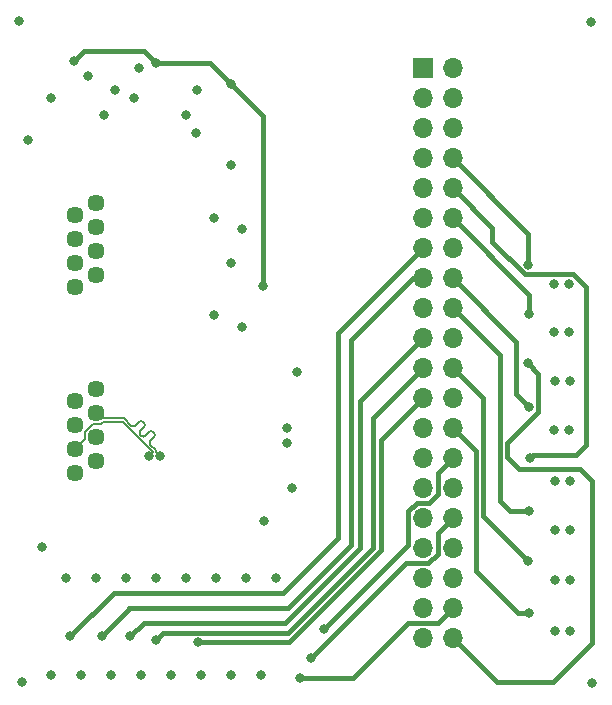
<source format=gbr>
%TF.GenerationSoftware,KiCad,Pcbnew,9.0.0-9.0.0-2~ubuntu24.04.1*%
%TF.CreationDate,2025-03-20T03:38:20-04:00*%
%TF.ProjectId,LVDS_RasPi_Hat,4c564453-5f52-4617-9350-695f4861742e,2*%
%TF.SameCoordinates,Original*%
%TF.FileFunction,Copper,L4,Bot*%
%TF.FilePolarity,Positive*%
%FSLAX46Y46*%
G04 Gerber Fmt 4.6, Leading zero omitted, Abs format (unit mm)*
G04 Created by KiCad (PCBNEW 9.0.0-9.0.0-2~ubuntu24.04.1) date 2025-03-20 03:38:20*
%MOMM*%
%LPD*%
G01*
G04 APERTURE LIST*
%TA.AperFunction,ComponentPad*%
%ADD10R,1.700000X1.700000*%
%TD*%
%TA.AperFunction,ComponentPad*%
%ADD11O,1.700000X1.700000*%
%TD*%
%TA.AperFunction,ComponentPad*%
%ADD12C,1.448000*%
%TD*%
%TA.AperFunction,ViaPad*%
%ADD13C,0.812800*%
%TD*%
%TA.AperFunction,Conductor*%
%ADD14C,0.381000*%
%TD*%
%TA.AperFunction,Conductor*%
%ADD15C,0.175260*%
%TD*%
G04 APERTURE END LIST*
D10*
%TO.P,J1,1,3V3*%
%TO.N,+3V3*%
X98762500Y-68610000D03*
D11*
%TO.P,J1,2,5V*%
%TO.N,+5V*%
X101302500Y-68610000D03*
%TO.P,J1,3,SDA/GPIO2*%
%TO.N,/TS_BUS_SEL*%
X98762500Y-71150000D03*
%TO.P,J1,4,5V*%
%TO.N,+5V*%
X101302500Y-71150000D03*
%TO.P,J1,5,SCL/GPIO3*%
%TO.N,unconnected-(J1-SCL{slash}GPIO3-Pad5)*%
X98762500Y-73690000D03*
%TO.P,J1,6,GND*%
%TO.N,GND*%
X101302500Y-73690000D03*
%TO.P,J1,7,GCLK0/GPIO4*%
%TO.N,unconnected-(J1-GCLK0{slash}GPIO4-Pad7)*%
X98762500Y-76230000D03*
%TO.P,J1,8,GPIO14/TXD*%
%TO.N,/CONFIG8*%
X101302500Y-76230000D03*
%TO.P,J1,9,GND*%
%TO.N,GND*%
X98762500Y-78770000D03*
%TO.P,J1,10,GPIO15/RXD*%
%TO.N,/CONFIG12*%
X101302500Y-78770000D03*
%TO.P,J1,11,GPIO17*%
%TO.N,unconnected-(J1-GPIO17-Pad11)*%
X98762500Y-81310000D03*
%TO.P,J1,12,GPIO18/PWM0*%
%TO.N,/CONFIG9*%
X101302500Y-81310000D03*
%TO.P,J1,13,GPIO27*%
%TO.N,/CONFIG7*%
X98762500Y-83850000D03*
%TO.P,J1,14,GND*%
%TO.N,GND*%
X101302500Y-83850000D03*
%TO.P,J1,15,GPIO22*%
%TO.N,/CONFIG6*%
X98762500Y-86390000D03*
%TO.P,J1,16,GPIO23*%
%TO.N,/CONFIG11*%
X101302500Y-86390000D03*
%TO.P,J1,17,3V3*%
%TO.N,+3V3*%
X98762500Y-88930000D03*
%TO.P,J1,18,GPIO24*%
%TO.N,/CONFIG13*%
X101302500Y-88930000D03*
%TO.P,J1,19,MOSI0/GPIO10*%
%TO.N,/CONFIG5*%
X98762500Y-91470000D03*
%TO.P,J1,20,GND*%
%TO.N,GND*%
X101302500Y-91470000D03*
%TO.P,J1,21,MISO0/GPIO9*%
%TO.N,/CONFIG4*%
X98762500Y-94010000D03*
%TO.P,J1,22,GPIO25*%
%TO.N,/CONFIG14*%
X101302500Y-94010000D03*
%TO.P,J1,23,SCLK0/GPIO11*%
%TO.N,/CONFIG3*%
X98762500Y-96550000D03*
%TO.P,J1,24,~{CE0}/GPIO8*%
%TO.N,/NIM2*%
X101302500Y-96550000D03*
%TO.P,J1,25,GND*%
%TO.N,GND*%
X98762500Y-99090000D03*
%TO.P,J1,26,~{CE1}/GPIO7*%
%TO.N,/CONFIG15*%
X101302500Y-99090000D03*
%TO.P,J1,27,ID_SD/GPIO0*%
%TO.N,/NIM1*%
X98762500Y-101630000D03*
%TO.P,J1,28,ID_SC/GPIO1*%
%TO.N,/CONFIG2*%
X101302500Y-101630000D03*
%TO.P,J1,29,GCLK1/GPIO5*%
%TO.N,/NIM3*%
X98762500Y-104170000D03*
%TO.P,J1,30,GND*%
%TO.N,GND*%
X101302500Y-104170000D03*
%TO.P,J1,31,GCLK2/GPIO6*%
%TO.N,/TS_BUS0*%
X98762500Y-106710000D03*
%TO.P,J1,32,PWM0/GPIO12*%
%TO.N,/CONFIG1*%
X101302500Y-106710000D03*
%TO.P,J1,33,PWM1/GPIO13*%
%TO.N,/TS_BUS1*%
X98762500Y-109250000D03*
%TO.P,J1,34,GND*%
%TO.N,GND*%
X101302500Y-109250000D03*
%TO.P,J1,35,GPIO19/MISO1*%
%TO.N,/TS_BUS2*%
X98762500Y-111790000D03*
%TO.P,J1,36,GPIO16*%
%TO.N,/NIM0*%
X101302500Y-111790000D03*
%TO.P,J1,37,GPIO26*%
%TO.N,/TS_BUS3*%
X98762500Y-114330000D03*
%TO.P,J1,38,GPIO20/MOSI1*%
%TO.N,/CONFIG0*%
X101302500Y-114330000D03*
%TO.P,J1,39,GND*%
%TO.N,GND*%
X98762500Y-116870000D03*
%TO.P,J1,40,GPIO21/SCLK1*%
%TO.N,/CONFIG10*%
X101302500Y-116870000D03*
%TD*%
D12*
%TO.P,J2,1_1,1_1*%
%TO.N,/Trigger Interface/D1+*%
X69340000Y-87117000D03*
%TO.P,J2,1_2,1_2*%
%TO.N,/Trigger Interface/D1-*%
X71120000Y-86101000D03*
%TO.P,J2,1_3,1_3*%
%TO.N,/Trigger Interface/D2+*%
X69340000Y-85085000D03*
%TO.P,J2,1_4,1_4*%
%TO.N,/Trigger Interface/D3-*%
X71120000Y-84069000D03*
%TO.P,J2,1_5,1_5*%
%TO.N,/Trigger Interface/D3+*%
X69340000Y-83053000D03*
%TO.P,J2,1_6,1_6*%
%TO.N,/Trigger Interface/D2-*%
X71120000Y-82037000D03*
%TO.P,J2,1_7,1_7*%
%TO.N,/Trigger Interface/D4+*%
X69340000Y-81021000D03*
%TO.P,J2,1_8,1_8*%
%TO.N,/Trigger Interface/D4-*%
X71120000Y-80005000D03*
%TO.P,J2,2_1,2_1*%
%TO.N,/Trigger Interface/S1-*%
X69340000Y-102867000D03*
%TO.P,J2,2_2,2_2*%
%TO.N,/Trigger Interface/S1+*%
X71120000Y-101851000D03*
%TO.P,J2,2_3,2_3*%
%TO.N,/Trigger Interface/S2-*%
X69340000Y-100835000D03*
%TO.P,J2,2_4,2_4*%
%TO.N,/Trigger Interface/S3+*%
X71120000Y-99819000D03*
%TO.P,J2,2_5,2_5*%
%TO.N,/Trigger Interface/S3-*%
X69340000Y-98803000D03*
%TO.P,J2,2_6,2_6*%
%TO.N,/Trigger Interface/S2+*%
X71120000Y-97787000D03*
%TO.P,J2,2_7,2_7*%
%TO.N,/Trigger Interface/S4-*%
X69340000Y-96771000D03*
%TO.P,J2,2_8,2_8*%
%TO.N,/Trigger Interface/S4+*%
X71120000Y-95755000D03*
%TD*%
D13*
%TO.N,/TS_BUS_SEL*%
X85242400Y-87020400D03*
%TO.N,/CONFIG2*%
X90373200Y-116128800D03*
%TO.N,/CONFIG3*%
X79756000Y-117230500D03*
%TO.N,GND*%
X74726800Y-68630800D03*
X70459600Y-69291200D03*
X82550000Y-85090000D03*
X82550000Y-76835000D03*
%TO.N,/CONFIG15*%
X107797600Y-114706400D03*
%TO.N,/CONFIG14*%
X107645200Y-110337600D03*
%TO.N,/CONFIG13*%
X107797600Y-106121200D03*
%TO.N,/CONFIG12*%
X107848400Y-101600000D03*
%TO.N,/CONFIG11*%
X107746800Y-97282000D03*
%TO.N,/CONFIG4*%
X76149200Y-117043200D03*
%TO.N,/CONFIG5*%
X74015600Y-116687600D03*
%TO.N,/CONFIG10*%
X107645200Y-93573600D03*
%TO.N,/CONFIG9*%
X107797600Y-89408000D03*
%TO.N,/CONFIG8*%
X107696000Y-85242400D03*
%TO.N,/TS_BUS_SEL*%
X76149200Y-68173600D03*
X69240400Y-68021200D03*
%TO.N,/CONFIG1*%
X89306400Y-118567200D03*
%TO.N,/CONFIG0*%
X88392000Y-120243600D03*
%TO.N,GND*%
X64820800Y-120599200D03*
X113131600Y-120700800D03*
X112979200Y-64719200D03*
X64617600Y-64617600D03*
X79552800Y-74117200D03*
X85293200Y-106984800D03*
X66548000Y-109118400D03*
X65328800Y-74726800D03*
%TO.N,/TS_BUS_SEL*%
X82499200Y-69951600D03*
%TO.N,/CONFIG6*%
X71628000Y-116687600D03*
%TO.N,/CONFIG7*%
X68935600Y-116687600D03*
%TO.N,/Trigger Interface/S2-*%
X75576430Y-101447600D03*
%TO.N,/Trigger Interface/S2+*%
X76518770Y-101447600D03*
%TO.N,+3V3*%
X85052500Y-120015000D03*
X82512500Y-120015000D03*
X79972500Y-120015000D03*
X77432500Y-120015000D03*
X74892500Y-120015000D03*
X72352500Y-120015000D03*
X69812500Y-120015000D03*
X67310000Y-120015000D03*
X111180050Y-90984700D03*
%TO.N,GND*%
X109910050Y-90984700D03*
%TO.N,+3V3*%
X111227200Y-95084900D03*
%TO.N,GND*%
X109957200Y-95084900D03*
%TO.N,+3V3*%
X111180050Y-99231150D03*
%TO.N,GND*%
X109910050Y-99231150D03*
%TO.N,+3V3*%
X111227200Y-103558300D03*
%TO.N,GND*%
X109957200Y-103558300D03*
%TO.N,+3V3*%
X111234700Y-107713100D03*
%TO.N,GND*%
X109964700Y-107713100D03*
%TO.N,+3V3*%
X111234700Y-111950800D03*
%TO.N,GND*%
X109964700Y-111950800D03*
%TO.N,+3V3*%
X111272200Y-116295800D03*
%TO.N,GND*%
X110002200Y-116295800D03*
X109910050Y-86867400D03*
%TO.N,+3V3*%
X111180050Y-86867400D03*
%TO.N,GND*%
X74295000Y-71120000D03*
X67310000Y-71120000D03*
%TO.N,+3V3*%
X71755000Y-72574998D03*
%TO.N,GND*%
X72707500Y-70485000D03*
X79692500Y-70485000D03*
%TO.N,+3V3*%
X78740000Y-72574998D03*
X81095002Y-81280000D03*
%TO.N,GND*%
X83502500Y-82232500D03*
X83502500Y-90487500D03*
%TO.N,+3V3*%
X81095002Y-89535000D03*
X88087200Y-94335600D03*
X87312500Y-99060000D03*
%TO.N,GND*%
X87312500Y-100330000D03*
X87680800Y-104140000D03*
X68580000Y-111760000D03*
X71120000Y-111760000D03*
X73660000Y-111760000D03*
X76200000Y-111760000D03*
X78740000Y-111760000D03*
X81280000Y-111760000D03*
X83820000Y-111760000D03*
X86360000Y-111760000D03*
%TD*%
D14*
%TO.N,/CONFIG9*%
X107797600Y-89408000D02*
X107797600Y-87805100D01*
X107797600Y-87805100D02*
X101302500Y-81310000D01*
%TO.N,/CONFIG11*%
X107746800Y-97282000D02*
X106680000Y-96215200D01*
X106680000Y-96215200D02*
X106680000Y-91767500D01*
X106680000Y-91767500D02*
X101302500Y-86390000D01*
%TO.N,/CONFIG13*%
X101302500Y-88930000D02*
X105285200Y-92912700D01*
X105285200Y-92912700D02*
X105285200Y-105234400D01*
X105285200Y-105234400D02*
X106172000Y-106121200D01*
%TO.N,/CONFIG12*%
X107848400Y-101600000D02*
X108102400Y-101346000D01*
X104648000Y-83322802D02*
X104648000Y-82115500D01*
X108102400Y-101346000D02*
X111760000Y-101346000D01*
X111760000Y-101346000D02*
X112572800Y-100533200D01*
X104648000Y-82115500D02*
X101302500Y-78770000D01*
X112572800Y-100533200D02*
X112572800Y-87131748D01*
X111510552Y-86069500D02*
X107394698Y-86069500D01*
X112572800Y-87131748D02*
X111510552Y-86069500D01*
X107394698Y-86069500D02*
X104648000Y-83322802D01*
%TO.N,/CONFIG14*%
X107645200Y-110337600D02*
X103858400Y-106550800D01*
X103858400Y-106550800D02*
X103858400Y-96565900D01*
X103858400Y-96565900D02*
X101302500Y-94010000D01*
%TO.N,/CONFIG15*%
X103276400Y-101063900D02*
X103276400Y-111150400D01*
X101302500Y-99090000D02*
X103276400Y-101063900D01*
X103276400Y-111150400D02*
X106832400Y-114706400D01*
X106832400Y-114706400D02*
X107797600Y-114706400D01*
%TO.N,/TS_BUS_SEL*%
X85242400Y-87020400D02*
X85242400Y-72694800D01*
X85242400Y-72694800D02*
X82499200Y-69951600D01*
%TO.N,/CONFIG3*%
X95199200Y-100113300D02*
X98762500Y-96550000D01*
%TO.N,/CONFIG2*%
X98248253Y-105411500D02*
X99333747Y-105411500D01*
X100061000Y-102871500D02*
X101302500Y-101630000D01*
X90373200Y-116128800D02*
X97521000Y-108981000D01*
X97521000Y-108981000D02*
X97521000Y-106138753D01*
X100061000Y-104684247D02*
X100061000Y-102871500D01*
X97521000Y-106138753D02*
X98248253Y-105411500D01*
X99333747Y-105411500D02*
X100061000Y-104684247D01*
%TO.N,/CONFIG3*%
X87437072Y-117195600D02*
X79756000Y-117195600D01*
X95199200Y-100113300D02*
X95199200Y-109433472D01*
X95199200Y-109433472D02*
X87437072Y-117195600D01*
X79756000Y-117195600D02*
X79756000Y-117230500D01*
%TO.N,/CONFIG13*%
X106172000Y-106121200D02*
X107797600Y-106121200D01*
%TO.N,/CONFIG4*%
X76149200Y-117043200D02*
X76758800Y-116433600D01*
X76758800Y-116433600D02*
X87376000Y-116433600D01*
X87376000Y-116433600D02*
X94538800Y-109270800D01*
X94538800Y-98233700D02*
X98762500Y-94010000D01*
X94538800Y-109270800D02*
X94538800Y-98233700D01*
%TO.N,/CONFIG5*%
X98762500Y-91470000D02*
X93472000Y-96760500D01*
%TO.N,/CONFIG6*%
X92659200Y-109016800D02*
X92659200Y-91643200D01*
X92659200Y-91643200D02*
X97912400Y-86390000D01*
X97912400Y-86390000D02*
X98762500Y-86390000D01*
%TO.N,/CONFIG7*%
X98762500Y-83850000D02*
X91592400Y-91020100D01*
X91592400Y-91020100D02*
X91592400Y-108407200D01*
%TO.N,/CONFIG8*%
X101302500Y-76230000D02*
X107696000Y-82623500D01*
X107696000Y-82623500D02*
X107696000Y-85242400D01*
%TO.N,/CONFIG1*%
X89306400Y-118567200D02*
X97325100Y-110548500D01*
X97325100Y-110548500D02*
X99219747Y-110548500D01*
X99219747Y-110548500D02*
X100061000Y-109707247D01*
X100061000Y-109707247D02*
X100061000Y-107951500D01*
X100061000Y-107951500D02*
X101302500Y-106710000D01*
%TO.N,/CONFIG0*%
X92848900Y-120243600D02*
X97521000Y-115571500D01*
X97521000Y-115571500D02*
X100061000Y-115571500D01*
X100061000Y-115571500D02*
X101302500Y-114330000D01*
%TO.N,/CONFIG10*%
X105867200Y-101549200D02*
X106883200Y-102565200D01*
X106883200Y-102565200D02*
X112115600Y-102565200D01*
X109778800Y-120599200D02*
X105031700Y-120599200D01*
X105031700Y-120599200D02*
X101302500Y-116870000D01*
%TO.N,/TS_BUS_SEL*%
X76149200Y-68173600D02*
X75133200Y-67157600D01*
X70104000Y-67157600D02*
X69240400Y-68021200D01*
X75133200Y-67157600D02*
X70104000Y-67157600D01*
%TO.N,/CONFIG10*%
X113131600Y-117246400D02*
X113131600Y-103581200D01*
X113131600Y-103581200D02*
X112115600Y-102565200D01*
X109778800Y-120599200D02*
X113131600Y-117246400D01*
X108544700Y-94473100D02*
X107645200Y-93573600D01*
X108544700Y-97703300D02*
X108544700Y-94473100D01*
X105867200Y-100380800D02*
X108544700Y-97703300D01*
X105867200Y-101549200D02*
X105867200Y-100380800D01*
%TO.N,/CONFIG5*%
X93472000Y-109220000D02*
X87122000Y-115570000D01*
X75133200Y-115570000D02*
X87122000Y-115570000D01*
X75133200Y-115570000D02*
X74015600Y-116687600D01*
X93472000Y-96760500D02*
X93472000Y-109220000D01*
%TO.N,/CONFIG7*%
X68935600Y-116687600D02*
X72593200Y-113030000D01*
X72593200Y-113030000D02*
X86969600Y-113030000D01*
X86969600Y-113030000D02*
X91592400Y-108407200D01*
%TO.N,/TS_BUS_SEL*%
X76149200Y-68173600D02*
X80721200Y-68173600D01*
X80721200Y-68173600D02*
X82499200Y-69951600D01*
%TO.N,/CONFIG0*%
X88392000Y-120243600D02*
X92848900Y-120243600D01*
%TO.N,/CONFIG6*%
X87376000Y-114300000D02*
X92659200Y-109016800D01*
X73914000Y-114300000D02*
X87376000Y-114300000D01*
X73914000Y-114401600D02*
X73914000Y-114300000D01*
X71628000Y-116687600D02*
X73914000Y-114401600D01*
D15*
%TO.N,/Trigger Interface/S2+*%
X76027877Y-99502241D02*
X75943024Y-99417388D01*
X75291168Y-99729831D02*
G75*
G02*
X74951756Y-99729832I-169706J169703D01*
G01*
X75603612Y-99417388D02*
X75291168Y-99729831D01*
X74866905Y-99305567D02*
X75179340Y-98993131D01*
X76200001Y-100978075D02*
X75715434Y-100493508D01*
X76518770Y-101447600D02*
X76200001Y-101128831D01*
X75094487Y-98568867D02*
G75*
G03*
X74755075Y-98568867I-169706J-169704D01*
G01*
X75943024Y-99417388D02*
G75*
G03*
X75603612Y-99417388I-169706J-169704D01*
G01*
X76200001Y-101128831D02*
X76200001Y-100978075D01*
X75179340Y-98993131D02*
G75*
G03*
X75179366Y-98653695I-169740J169731D01*
G01*
X75715434Y-100493508D02*
G75*
G02*
X75715432Y-100154094I169666J169708D01*
G01*
X74866905Y-99644979D02*
G75*
G02*
X74866932Y-99305594I169695J169679D01*
G01*
X75179340Y-98653720D02*
X75094487Y-98568867D01*
X74442639Y-98881302D02*
G75*
G02*
X74103227Y-98881303I-169706J169703D01*
G01*
X75715434Y-100154096D02*
X76027877Y-99841652D01*
X76027877Y-99841652D02*
G75*
G03*
X76027924Y-99502194I-169677J169752D01*
G01*
X74951757Y-99729831D02*
X74866905Y-99644979D01*
X71601599Y-98268599D02*
X71120000Y-97787000D01*
X74755075Y-98568867D02*
X74442639Y-98881302D01*
X71601599Y-98268599D02*
X73490525Y-98268599D01*
X73490525Y-98268599D02*
X74103228Y-98881302D01*
%TO.N,/Trigger Interface/S2-*%
X70180370Y-99429792D02*
X70883532Y-98726630D01*
X69340000Y-100835000D02*
X70180370Y-99994630D01*
X71509208Y-98726630D02*
X71662437Y-98573401D01*
X70883532Y-98726630D02*
X71509208Y-98726630D01*
X70180370Y-99994630D02*
X70180370Y-99429792D01*
X71662437Y-98573401D02*
X73364275Y-98573401D01*
X73364275Y-98573401D02*
X75895199Y-101104325D01*
X75895199Y-101104325D02*
X75895199Y-101128831D01*
X75895199Y-101128831D02*
X75576430Y-101447600D01*
%TD*%
M02*

</source>
